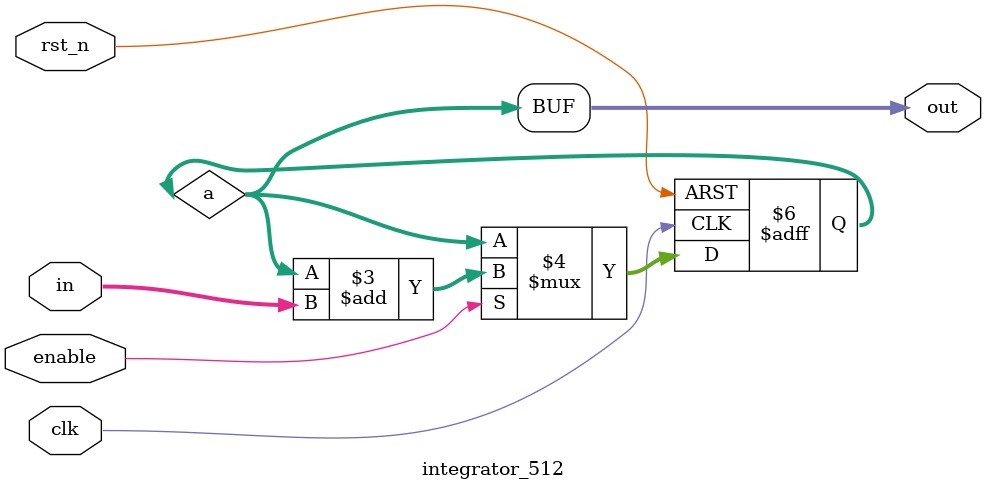
<source format=v>
module integrator_512(in,out,clk,rst_n,enable);
input[40:0]in;
output[40:0]out;
input rst_n;
input clk;
input enable;

reg[40:0]a;
wire[40:0]out;

assign out=a;

always@(posedge clk or negedge rst_n)
begin
if(!rst_n)
begin
    a<=41'd0;
end
else if(enable)
begin
     a<=a+in;  
end
end

endmodule
</source>
